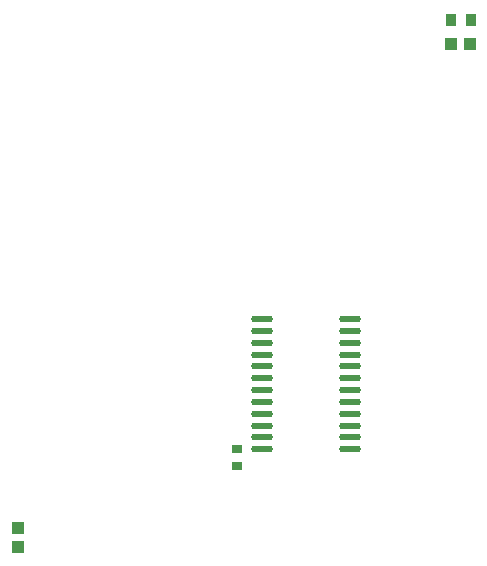
<source format=gtp>
G04 Layer: TopPasteMaskLayer*
G04 Panelize: , Column: 2, Row: 2, Board Size: 58.42mm x 58.42mm, Panelized Board Size: 118.84mm x 118.84mm*
G04 EasyEDA v6.5.34, 2023-08-21 18:11:39*
G04 19270923be3647babfd756aece9be4b9,5a6b42c53f6a479593ecc07194224c93,10*
G04 Gerber Generator version 0.2*
G04 Scale: 100 percent, Rotated: No, Reflected: No *
G04 Dimensions in millimeters *
G04 leading zeros omitted , absolute positions ,4 integer and 5 decimal *
%FSLAX45Y45*%
%MOMM*%

%ADD10R,1.1000X1.0000*%
%ADD11O,1.8610072000000002X0.5599938*%
%ADD12R,0.8999X1.0000*%
%ADD13R,1.0000X1.1000*%
%ADD14R,0.9000X0.8000*%

%LPD*%
D10*
G01*
X482600Y1113789D03*
G01*
X482600Y1273784D03*
D11*
G01*
X3294049Y1939188D03*
G01*
X3294049Y2039188D03*
G01*
X3294049Y2139187D03*
G01*
X3294049Y2239187D03*
G01*
X3294049Y2339187D03*
G01*
X3294049Y2439187D03*
G01*
X3294049Y2539187D03*
G01*
X3294049Y2639187D03*
G01*
X3294049Y2739186D03*
G01*
X3294049Y2839186D03*
G01*
X3294049Y2939186D03*
G01*
X3294049Y3039186D03*
G01*
X2547950Y1939188D03*
G01*
X2547950Y2039188D03*
G01*
X2547950Y2139187D03*
G01*
X2547950Y2239187D03*
G01*
X2547950Y2339187D03*
G01*
X2547950Y2439187D03*
G01*
X2547950Y2539187D03*
G01*
X2547950Y2639187D03*
G01*
X2547950Y2739186D03*
G01*
X2547950Y2839186D03*
G01*
X2547950Y2939186D03*
G01*
X2547950Y3039186D03*
D12*
G01*
X4144086Y5575300D03*
G01*
X4314088Y5575300D03*
D13*
G01*
X4149090Y5372100D03*
G01*
X4309084Y5372100D03*
D14*
G01*
X2336800Y1936902D03*
G01*
X2336800Y1796897D03*
M02*

</source>
